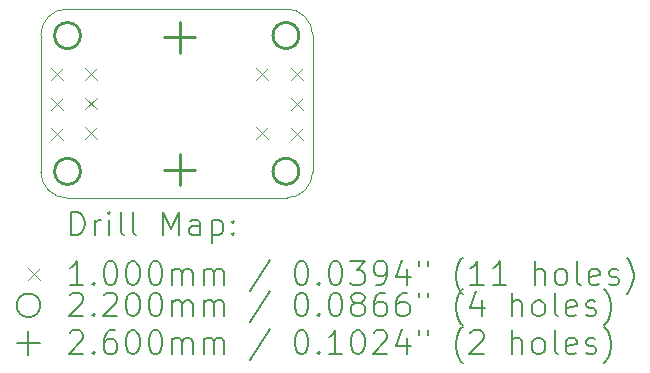
<source format=gbr>
%TF.GenerationSoftware,KiCad,Pcbnew,7.0.7*%
%TF.CreationDate,2023-09-18T16:45:35-04:00*%
%TF.ProjectId,Encoder Mount,456e636f-6465-4722-904d-6f756e742e6b,rev?*%
%TF.SameCoordinates,Original*%
%TF.FileFunction,Drillmap*%
%TF.FilePolarity,Positive*%
%FSLAX45Y45*%
G04 Gerber Fmt 4.5, Leading zero omitted, Abs format (unit mm)*
G04 Created by KiCad (PCBNEW 7.0.7) date 2023-09-18 16:45:35*
%MOMM*%
%LPD*%
G01*
G04 APERTURE LIST*
%ADD10C,0.100000*%
%ADD11C,0.200000*%
%ADD12C,0.220000*%
%ADD13C,0.260000*%
G04 APERTURE END LIST*
D10*
X8825000Y-10580000D02*
G75*
G03*
X9045000Y-10800000I220000J0D01*
G01*
X10905000Y-10800000D02*
G75*
G03*
X11125000Y-10580000I0J220000D01*
G01*
X11125000Y-9420000D02*
G75*
G03*
X10905000Y-9200000I-220000J0D01*
G01*
X11125000Y-9420000D02*
X11125000Y-10580000D01*
X8825000Y-10580000D02*
X8825000Y-9420000D01*
X9045000Y-9200000D02*
G75*
G03*
X8825000Y-9420000I0J-220000D01*
G01*
X10905000Y-10800000D02*
X9045000Y-10800000D01*
X9045000Y-9200000D02*
X10905000Y-9200000D01*
D11*
D10*
X8909000Y-9697500D02*
X9009000Y-9797500D01*
X9009000Y-9697500D02*
X8909000Y-9797500D01*
X8909000Y-9951500D02*
X9009000Y-10051500D01*
X9009000Y-9951500D02*
X8909000Y-10051500D01*
X8909000Y-10205500D02*
X9009000Y-10305500D01*
X9009000Y-10205500D02*
X8909000Y-10305500D01*
X9200000Y-9700000D02*
X9300000Y-9800000D01*
X9300000Y-9700000D02*
X9200000Y-9800000D01*
X9200000Y-9950000D02*
X9300000Y-10050000D01*
X9300000Y-9950000D02*
X9200000Y-10050000D01*
X9200000Y-10200000D02*
X9300000Y-10300000D01*
X9300000Y-10200000D02*
X9200000Y-10300000D01*
X10650000Y-9700000D02*
X10750000Y-9800000D01*
X10750000Y-9700000D02*
X10650000Y-9800000D01*
X10650000Y-10200000D02*
X10750000Y-10300000D01*
X10750000Y-10200000D02*
X10650000Y-10300000D01*
X10941000Y-9697500D02*
X11041000Y-9797500D01*
X11041000Y-9697500D02*
X10941000Y-9797500D01*
X10941000Y-9951500D02*
X11041000Y-10051500D01*
X11041000Y-9951500D02*
X10941000Y-10051500D01*
X10941000Y-10205500D02*
X11041000Y-10305500D01*
X11041000Y-10205500D02*
X10941000Y-10305500D01*
D12*
X9160000Y-9425000D02*
G75*
G03*
X9160000Y-9425000I-110000J0D01*
G01*
X9160000Y-10575000D02*
G75*
G03*
X9160000Y-10575000I-110000J0D01*
G01*
X11010000Y-9425000D02*
G75*
G03*
X11010000Y-9425000I-110000J0D01*
G01*
X11010000Y-10575000D02*
G75*
G03*
X11010000Y-10575000I-110000J0D01*
G01*
D13*
X10000000Y-9310000D02*
X10000000Y-9570000D01*
X9870000Y-9440000D02*
X10130000Y-9440000D01*
X10000000Y-10430000D02*
X10000000Y-10690000D01*
X9870000Y-10560000D02*
X10130000Y-10560000D01*
D11*
X9080777Y-11116484D02*
X9080777Y-10916484D01*
X9080777Y-10916484D02*
X9128396Y-10916484D01*
X9128396Y-10916484D02*
X9156967Y-10926008D01*
X9156967Y-10926008D02*
X9176015Y-10945055D01*
X9176015Y-10945055D02*
X9185539Y-10964103D01*
X9185539Y-10964103D02*
X9195063Y-11002198D01*
X9195063Y-11002198D02*
X9195063Y-11030770D01*
X9195063Y-11030770D02*
X9185539Y-11068865D01*
X9185539Y-11068865D02*
X9176015Y-11087912D01*
X9176015Y-11087912D02*
X9156967Y-11106960D01*
X9156967Y-11106960D02*
X9128396Y-11116484D01*
X9128396Y-11116484D02*
X9080777Y-11116484D01*
X9280777Y-11116484D02*
X9280777Y-10983150D01*
X9280777Y-11021246D02*
X9290301Y-11002198D01*
X9290301Y-11002198D02*
X9299824Y-10992674D01*
X9299824Y-10992674D02*
X9318872Y-10983150D01*
X9318872Y-10983150D02*
X9337920Y-10983150D01*
X9404586Y-11116484D02*
X9404586Y-10983150D01*
X9404586Y-10916484D02*
X9395063Y-10926008D01*
X9395063Y-10926008D02*
X9404586Y-10935531D01*
X9404586Y-10935531D02*
X9414110Y-10926008D01*
X9414110Y-10926008D02*
X9404586Y-10916484D01*
X9404586Y-10916484D02*
X9404586Y-10935531D01*
X9528396Y-11116484D02*
X9509348Y-11106960D01*
X9509348Y-11106960D02*
X9499824Y-11087912D01*
X9499824Y-11087912D02*
X9499824Y-10916484D01*
X9633158Y-11116484D02*
X9614110Y-11106960D01*
X9614110Y-11106960D02*
X9604586Y-11087912D01*
X9604586Y-11087912D02*
X9604586Y-10916484D01*
X9861729Y-11116484D02*
X9861729Y-10916484D01*
X9861729Y-10916484D02*
X9928396Y-11059341D01*
X9928396Y-11059341D02*
X9995063Y-10916484D01*
X9995063Y-10916484D02*
X9995063Y-11116484D01*
X10176015Y-11116484D02*
X10176015Y-11011722D01*
X10176015Y-11011722D02*
X10166491Y-10992674D01*
X10166491Y-10992674D02*
X10147444Y-10983150D01*
X10147444Y-10983150D02*
X10109348Y-10983150D01*
X10109348Y-10983150D02*
X10090301Y-10992674D01*
X10176015Y-11106960D02*
X10156967Y-11116484D01*
X10156967Y-11116484D02*
X10109348Y-11116484D01*
X10109348Y-11116484D02*
X10090301Y-11106960D01*
X10090301Y-11106960D02*
X10080777Y-11087912D01*
X10080777Y-11087912D02*
X10080777Y-11068865D01*
X10080777Y-11068865D02*
X10090301Y-11049817D01*
X10090301Y-11049817D02*
X10109348Y-11040293D01*
X10109348Y-11040293D02*
X10156967Y-11040293D01*
X10156967Y-11040293D02*
X10176015Y-11030770D01*
X10271253Y-10983150D02*
X10271253Y-11183150D01*
X10271253Y-10992674D02*
X10290301Y-10983150D01*
X10290301Y-10983150D02*
X10328396Y-10983150D01*
X10328396Y-10983150D02*
X10347444Y-10992674D01*
X10347444Y-10992674D02*
X10356967Y-11002198D01*
X10356967Y-11002198D02*
X10366491Y-11021246D01*
X10366491Y-11021246D02*
X10366491Y-11078389D01*
X10366491Y-11078389D02*
X10356967Y-11097436D01*
X10356967Y-11097436D02*
X10347444Y-11106960D01*
X10347444Y-11106960D02*
X10328396Y-11116484D01*
X10328396Y-11116484D02*
X10290301Y-11116484D01*
X10290301Y-11116484D02*
X10271253Y-11106960D01*
X10452205Y-11097436D02*
X10461729Y-11106960D01*
X10461729Y-11106960D02*
X10452205Y-11116484D01*
X10452205Y-11116484D02*
X10442682Y-11106960D01*
X10442682Y-11106960D02*
X10452205Y-11097436D01*
X10452205Y-11097436D02*
X10452205Y-11116484D01*
X10452205Y-10992674D02*
X10461729Y-11002198D01*
X10461729Y-11002198D02*
X10452205Y-11011722D01*
X10452205Y-11011722D02*
X10442682Y-11002198D01*
X10442682Y-11002198D02*
X10452205Y-10992674D01*
X10452205Y-10992674D02*
X10452205Y-11011722D01*
D10*
X8720000Y-11395000D02*
X8820000Y-11495000D01*
X8820000Y-11395000D02*
X8720000Y-11495000D01*
D11*
X9185539Y-11536484D02*
X9071253Y-11536484D01*
X9128396Y-11536484D02*
X9128396Y-11336484D01*
X9128396Y-11336484D02*
X9109348Y-11365055D01*
X9109348Y-11365055D02*
X9090301Y-11384103D01*
X9090301Y-11384103D02*
X9071253Y-11393627D01*
X9271253Y-11517436D02*
X9280777Y-11526960D01*
X9280777Y-11526960D02*
X9271253Y-11536484D01*
X9271253Y-11536484D02*
X9261729Y-11526960D01*
X9261729Y-11526960D02*
X9271253Y-11517436D01*
X9271253Y-11517436D02*
X9271253Y-11536484D01*
X9404586Y-11336484D02*
X9423634Y-11336484D01*
X9423634Y-11336484D02*
X9442682Y-11346008D01*
X9442682Y-11346008D02*
X9452205Y-11355531D01*
X9452205Y-11355531D02*
X9461729Y-11374579D01*
X9461729Y-11374579D02*
X9471253Y-11412674D01*
X9471253Y-11412674D02*
X9471253Y-11460293D01*
X9471253Y-11460293D02*
X9461729Y-11498388D01*
X9461729Y-11498388D02*
X9452205Y-11517436D01*
X9452205Y-11517436D02*
X9442682Y-11526960D01*
X9442682Y-11526960D02*
X9423634Y-11536484D01*
X9423634Y-11536484D02*
X9404586Y-11536484D01*
X9404586Y-11536484D02*
X9385539Y-11526960D01*
X9385539Y-11526960D02*
X9376015Y-11517436D01*
X9376015Y-11517436D02*
X9366491Y-11498388D01*
X9366491Y-11498388D02*
X9356967Y-11460293D01*
X9356967Y-11460293D02*
X9356967Y-11412674D01*
X9356967Y-11412674D02*
X9366491Y-11374579D01*
X9366491Y-11374579D02*
X9376015Y-11355531D01*
X9376015Y-11355531D02*
X9385539Y-11346008D01*
X9385539Y-11346008D02*
X9404586Y-11336484D01*
X9595063Y-11336484D02*
X9614110Y-11336484D01*
X9614110Y-11336484D02*
X9633158Y-11346008D01*
X9633158Y-11346008D02*
X9642682Y-11355531D01*
X9642682Y-11355531D02*
X9652205Y-11374579D01*
X9652205Y-11374579D02*
X9661729Y-11412674D01*
X9661729Y-11412674D02*
X9661729Y-11460293D01*
X9661729Y-11460293D02*
X9652205Y-11498388D01*
X9652205Y-11498388D02*
X9642682Y-11517436D01*
X9642682Y-11517436D02*
X9633158Y-11526960D01*
X9633158Y-11526960D02*
X9614110Y-11536484D01*
X9614110Y-11536484D02*
X9595063Y-11536484D01*
X9595063Y-11536484D02*
X9576015Y-11526960D01*
X9576015Y-11526960D02*
X9566491Y-11517436D01*
X9566491Y-11517436D02*
X9556967Y-11498388D01*
X9556967Y-11498388D02*
X9547444Y-11460293D01*
X9547444Y-11460293D02*
X9547444Y-11412674D01*
X9547444Y-11412674D02*
X9556967Y-11374579D01*
X9556967Y-11374579D02*
X9566491Y-11355531D01*
X9566491Y-11355531D02*
X9576015Y-11346008D01*
X9576015Y-11346008D02*
X9595063Y-11336484D01*
X9785539Y-11336484D02*
X9804586Y-11336484D01*
X9804586Y-11336484D02*
X9823634Y-11346008D01*
X9823634Y-11346008D02*
X9833158Y-11355531D01*
X9833158Y-11355531D02*
X9842682Y-11374579D01*
X9842682Y-11374579D02*
X9852205Y-11412674D01*
X9852205Y-11412674D02*
X9852205Y-11460293D01*
X9852205Y-11460293D02*
X9842682Y-11498388D01*
X9842682Y-11498388D02*
X9833158Y-11517436D01*
X9833158Y-11517436D02*
X9823634Y-11526960D01*
X9823634Y-11526960D02*
X9804586Y-11536484D01*
X9804586Y-11536484D02*
X9785539Y-11536484D01*
X9785539Y-11536484D02*
X9766491Y-11526960D01*
X9766491Y-11526960D02*
X9756967Y-11517436D01*
X9756967Y-11517436D02*
X9747444Y-11498388D01*
X9747444Y-11498388D02*
X9737920Y-11460293D01*
X9737920Y-11460293D02*
X9737920Y-11412674D01*
X9737920Y-11412674D02*
X9747444Y-11374579D01*
X9747444Y-11374579D02*
X9756967Y-11355531D01*
X9756967Y-11355531D02*
X9766491Y-11346008D01*
X9766491Y-11346008D02*
X9785539Y-11336484D01*
X9937920Y-11536484D02*
X9937920Y-11403150D01*
X9937920Y-11422198D02*
X9947444Y-11412674D01*
X9947444Y-11412674D02*
X9966491Y-11403150D01*
X9966491Y-11403150D02*
X9995063Y-11403150D01*
X9995063Y-11403150D02*
X10014110Y-11412674D01*
X10014110Y-11412674D02*
X10023634Y-11431722D01*
X10023634Y-11431722D02*
X10023634Y-11536484D01*
X10023634Y-11431722D02*
X10033158Y-11412674D01*
X10033158Y-11412674D02*
X10052205Y-11403150D01*
X10052205Y-11403150D02*
X10080777Y-11403150D01*
X10080777Y-11403150D02*
X10099825Y-11412674D01*
X10099825Y-11412674D02*
X10109348Y-11431722D01*
X10109348Y-11431722D02*
X10109348Y-11536484D01*
X10204586Y-11536484D02*
X10204586Y-11403150D01*
X10204586Y-11422198D02*
X10214110Y-11412674D01*
X10214110Y-11412674D02*
X10233158Y-11403150D01*
X10233158Y-11403150D02*
X10261729Y-11403150D01*
X10261729Y-11403150D02*
X10280777Y-11412674D01*
X10280777Y-11412674D02*
X10290301Y-11431722D01*
X10290301Y-11431722D02*
X10290301Y-11536484D01*
X10290301Y-11431722D02*
X10299825Y-11412674D01*
X10299825Y-11412674D02*
X10318872Y-11403150D01*
X10318872Y-11403150D02*
X10347444Y-11403150D01*
X10347444Y-11403150D02*
X10366491Y-11412674D01*
X10366491Y-11412674D02*
X10376015Y-11431722D01*
X10376015Y-11431722D02*
X10376015Y-11536484D01*
X10766491Y-11326960D02*
X10595063Y-11584103D01*
X11023634Y-11336484D02*
X11042682Y-11336484D01*
X11042682Y-11336484D02*
X11061729Y-11346008D01*
X11061729Y-11346008D02*
X11071253Y-11355531D01*
X11071253Y-11355531D02*
X11080777Y-11374579D01*
X11080777Y-11374579D02*
X11090301Y-11412674D01*
X11090301Y-11412674D02*
X11090301Y-11460293D01*
X11090301Y-11460293D02*
X11080777Y-11498388D01*
X11080777Y-11498388D02*
X11071253Y-11517436D01*
X11071253Y-11517436D02*
X11061729Y-11526960D01*
X11061729Y-11526960D02*
X11042682Y-11536484D01*
X11042682Y-11536484D02*
X11023634Y-11536484D01*
X11023634Y-11536484D02*
X11004587Y-11526960D01*
X11004587Y-11526960D02*
X10995063Y-11517436D01*
X10995063Y-11517436D02*
X10985539Y-11498388D01*
X10985539Y-11498388D02*
X10976015Y-11460293D01*
X10976015Y-11460293D02*
X10976015Y-11412674D01*
X10976015Y-11412674D02*
X10985539Y-11374579D01*
X10985539Y-11374579D02*
X10995063Y-11355531D01*
X10995063Y-11355531D02*
X11004587Y-11346008D01*
X11004587Y-11346008D02*
X11023634Y-11336484D01*
X11176015Y-11517436D02*
X11185539Y-11526960D01*
X11185539Y-11526960D02*
X11176015Y-11536484D01*
X11176015Y-11536484D02*
X11166491Y-11526960D01*
X11166491Y-11526960D02*
X11176015Y-11517436D01*
X11176015Y-11517436D02*
X11176015Y-11536484D01*
X11309348Y-11336484D02*
X11328396Y-11336484D01*
X11328396Y-11336484D02*
X11347444Y-11346008D01*
X11347444Y-11346008D02*
X11356967Y-11355531D01*
X11356967Y-11355531D02*
X11366491Y-11374579D01*
X11366491Y-11374579D02*
X11376015Y-11412674D01*
X11376015Y-11412674D02*
X11376015Y-11460293D01*
X11376015Y-11460293D02*
X11366491Y-11498388D01*
X11366491Y-11498388D02*
X11356967Y-11517436D01*
X11356967Y-11517436D02*
X11347444Y-11526960D01*
X11347444Y-11526960D02*
X11328396Y-11536484D01*
X11328396Y-11536484D02*
X11309348Y-11536484D01*
X11309348Y-11536484D02*
X11290301Y-11526960D01*
X11290301Y-11526960D02*
X11280777Y-11517436D01*
X11280777Y-11517436D02*
X11271253Y-11498388D01*
X11271253Y-11498388D02*
X11261729Y-11460293D01*
X11261729Y-11460293D02*
X11261729Y-11412674D01*
X11261729Y-11412674D02*
X11271253Y-11374579D01*
X11271253Y-11374579D02*
X11280777Y-11355531D01*
X11280777Y-11355531D02*
X11290301Y-11346008D01*
X11290301Y-11346008D02*
X11309348Y-11336484D01*
X11442682Y-11336484D02*
X11566491Y-11336484D01*
X11566491Y-11336484D02*
X11499825Y-11412674D01*
X11499825Y-11412674D02*
X11528396Y-11412674D01*
X11528396Y-11412674D02*
X11547444Y-11422198D01*
X11547444Y-11422198D02*
X11556967Y-11431722D01*
X11556967Y-11431722D02*
X11566491Y-11450769D01*
X11566491Y-11450769D02*
X11566491Y-11498388D01*
X11566491Y-11498388D02*
X11556967Y-11517436D01*
X11556967Y-11517436D02*
X11547444Y-11526960D01*
X11547444Y-11526960D02*
X11528396Y-11536484D01*
X11528396Y-11536484D02*
X11471253Y-11536484D01*
X11471253Y-11536484D02*
X11452206Y-11526960D01*
X11452206Y-11526960D02*
X11442682Y-11517436D01*
X11661729Y-11536484D02*
X11699825Y-11536484D01*
X11699825Y-11536484D02*
X11718872Y-11526960D01*
X11718872Y-11526960D02*
X11728396Y-11517436D01*
X11728396Y-11517436D02*
X11747444Y-11488865D01*
X11747444Y-11488865D02*
X11756967Y-11450769D01*
X11756967Y-11450769D02*
X11756967Y-11374579D01*
X11756967Y-11374579D02*
X11747444Y-11355531D01*
X11747444Y-11355531D02*
X11737920Y-11346008D01*
X11737920Y-11346008D02*
X11718872Y-11336484D01*
X11718872Y-11336484D02*
X11680777Y-11336484D01*
X11680777Y-11336484D02*
X11661729Y-11346008D01*
X11661729Y-11346008D02*
X11652206Y-11355531D01*
X11652206Y-11355531D02*
X11642682Y-11374579D01*
X11642682Y-11374579D02*
X11642682Y-11422198D01*
X11642682Y-11422198D02*
X11652206Y-11441246D01*
X11652206Y-11441246D02*
X11661729Y-11450769D01*
X11661729Y-11450769D02*
X11680777Y-11460293D01*
X11680777Y-11460293D02*
X11718872Y-11460293D01*
X11718872Y-11460293D02*
X11737920Y-11450769D01*
X11737920Y-11450769D02*
X11747444Y-11441246D01*
X11747444Y-11441246D02*
X11756967Y-11422198D01*
X11928396Y-11403150D02*
X11928396Y-11536484D01*
X11880777Y-11326960D02*
X11833158Y-11469817D01*
X11833158Y-11469817D02*
X11956967Y-11469817D01*
X12023634Y-11336484D02*
X12023634Y-11374579D01*
X12099825Y-11336484D02*
X12099825Y-11374579D01*
X12395063Y-11612674D02*
X12385539Y-11603150D01*
X12385539Y-11603150D02*
X12366491Y-11574579D01*
X12366491Y-11574579D02*
X12356968Y-11555531D01*
X12356968Y-11555531D02*
X12347444Y-11526960D01*
X12347444Y-11526960D02*
X12337920Y-11479341D01*
X12337920Y-11479341D02*
X12337920Y-11441246D01*
X12337920Y-11441246D02*
X12347444Y-11393627D01*
X12347444Y-11393627D02*
X12356968Y-11365055D01*
X12356968Y-11365055D02*
X12366491Y-11346008D01*
X12366491Y-11346008D02*
X12385539Y-11317436D01*
X12385539Y-11317436D02*
X12395063Y-11307912D01*
X12576015Y-11536484D02*
X12461729Y-11536484D01*
X12518872Y-11536484D02*
X12518872Y-11336484D01*
X12518872Y-11336484D02*
X12499825Y-11365055D01*
X12499825Y-11365055D02*
X12480777Y-11384103D01*
X12480777Y-11384103D02*
X12461729Y-11393627D01*
X12766491Y-11536484D02*
X12652206Y-11536484D01*
X12709348Y-11536484D02*
X12709348Y-11336484D01*
X12709348Y-11336484D02*
X12690301Y-11365055D01*
X12690301Y-11365055D02*
X12671253Y-11384103D01*
X12671253Y-11384103D02*
X12652206Y-11393627D01*
X13004587Y-11536484D02*
X13004587Y-11336484D01*
X13090301Y-11536484D02*
X13090301Y-11431722D01*
X13090301Y-11431722D02*
X13080777Y-11412674D01*
X13080777Y-11412674D02*
X13061730Y-11403150D01*
X13061730Y-11403150D02*
X13033158Y-11403150D01*
X13033158Y-11403150D02*
X13014110Y-11412674D01*
X13014110Y-11412674D02*
X13004587Y-11422198D01*
X13214110Y-11536484D02*
X13195063Y-11526960D01*
X13195063Y-11526960D02*
X13185539Y-11517436D01*
X13185539Y-11517436D02*
X13176015Y-11498388D01*
X13176015Y-11498388D02*
X13176015Y-11441246D01*
X13176015Y-11441246D02*
X13185539Y-11422198D01*
X13185539Y-11422198D02*
X13195063Y-11412674D01*
X13195063Y-11412674D02*
X13214110Y-11403150D01*
X13214110Y-11403150D02*
X13242682Y-11403150D01*
X13242682Y-11403150D02*
X13261730Y-11412674D01*
X13261730Y-11412674D02*
X13271253Y-11422198D01*
X13271253Y-11422198D02*
X13280777Y-11441246D01*
X13280777Y-11441246D02*
X13280777Y-11498388D01*
X13280777Y-11498388D02*
X13271253Y-11517436D01*
X13271253Y-11517436D02*
X13261730Y-11526960D01*
X13261730Y-11526960D02*
X13242682Y-11536484D01*
X13242682Y-11536484D02*
X13214110Y-11536484D01*
X13395063Y-11536484D02*
X13376015Y-11526960D01*
X13376015Y-11526960D02*
X13366491Y-11507912D01*
X13366491Y-11507912D02*
X13366491Y-11336484D01*
X13547444Y-11526960D02*
X13528396Y-11536484D01*
X13528396Y-11536484D02*
X13490301Y-11536484D01*
X13490301Y-11536484D02*
X13471253Y-11526960D01*
X13471253Y-11526960D02*
X13461730Y-11507912D01*
X13461730Y-11507912D02*
X13461730Y-11431722D01*
X13461730Y-11431722D02*
X13471253Y-11412674D01*
X13471253Y-11412674D02*
X13490301Y-11403150D01*
X13490301Y-11403150D02*
X13528396Y-11403150D01*
X13528396Y-11403150D02*
X13547444Y-11412674D01*
X13547444Y-11412674D02*
X13556968Y-11431722D01*
X13556968Y-11431722D02*
X13556968Y-11450769D01*
X13556968Y-11450769D02*
X13461730Y-11469817D01*
X13633158Y-11526960D02*
X13652206Y-11536484D01*
X13652206Y-11536484D02*
X13690301Y-11536484D01*
X13690301Y-11536484D02*
X13709349Y-11526960D01*
X13709349Y-11526960D02*
X13718872Y-11507912D01*
X13718872Y-11507912D02*
X13718872Y-11498388D01*
X13718872Y-11498388D02*
X13709349Y-11479341D01*
X13709349Y-11479341D02*
X13690301Y-11469817D01*
X13690301Y-11469817D02*
X13661730Y-11469817D01*
X13661730Y-11469817D02*
X13642682Y-11460293D01*
X13642682Y-11460293D02*
X13633158Y-11441246D01*
X13633158Y-11441246D02*
X13633158Y-11431722D01*
X13633158Y-11431722D02*
X13642682Y-11412674D01*
X13642682Y-11412674D02*
X13661730Y-11403150D01*
X13661730Y-11403150D02*
X13690301Y-11403150D01*
X13690301Y-11403150D02*
X13709349Y-11412674D01*
X13785539Y-11612674D02*
X13795063Y-11603150D01*
X13795063Y-11603150D02*
X13814111Y-11574579D01*
X13814111Y-11574579D02*
X13823634Y-11555531D01*
X13823634Y-11555531D02*
X13833158Y-11526960D01*
X13833158Y-11526960D02*
X13842682Y-11479341D01*
X13842682Y-11479341D02*
X13842682Y-11441246D01*
X13842682Y-11441246D02*
X13833158Y-11393627D01*
X13833158Y-11393627D02*
X13823634Y-11365055D01*
X13823634Y-11365055D02*
X13814111Y-11346008D01*
X13814111Y-11346008D02*
X13795063Y-11317436D01*
X13795063Y-11317436D02*
X13785539Y-11307912D01*
X8820000Y-11709000D02*
G75*
G03*
X8820000Y-11709000I-100000J0D01*
G01*
X9071253Y-11619531D02*
X9080777Y-11610008D01*
X9080777Y-11610008D02*
X9099824Y-11600484D01*
X9099824Y-11600484D02*
X9147444Y-11600484D01*
X9147444Y-11600484D02*
X9166491Y-11610008D01*
X9166491Y-11610008D02*
X9176015Y-11619531D01*
X9176015Y-11619531D02*
X9185539Y-11638579D01*
X9185539Y-11638579D02*
X9185539Y-11657627D01*
X9185539Y-11657627D02*
X9176015Y-11686198D01*
X9176015Y-11686198D02*
X9061729Y-11800484D01*
X9061729Y-11800484D02*
X9185539Y-11800484D01*
X9271253Y-11781436D02*
X9280777Y-11790960D01*
X9280777Y-11790960D02*
X9271253Y-11800484D01*
X9271253Y-11800484D02*
X9261729Y-11790960D01*
X9261729Y-11790960D02*
X9271253Y-11781436D01*
X9271253Y-11781436D02*
X9271253Y-11800484D01*
X9356967Y-11619531D02*
X9366491Y-11610008D01*
X9366491Y-11610008D02*
X9385539Y-11600484D01*
X9385539Y-11600484D02*
X9433158Y-11600484D01*
X9433158Y-11600484D02*
X9452205Y-11610008D01*
X9452205Y-11610008D02*
X9461729Y-11619531D01*
X9461729Y-11619531D02*
X9471253Y-11638579D01*
X9471253Y-11638579D02*
X9471253Y-11657627D01*
X9471253Y-11657627D02*
X9461729Y-11686198D01*
X9461729Y-11686198D02*
X9347444Y-11800484D01*
X9347444Y-11800484D02*
X9471253Y-11800484D01*
X9595063Y-11600484D02*
X9614110Y-11600484D01*
X9614110Y-11600484D02*
X9633158Y-11610008D01*
X9633158Y-11610008D02*
X9642682Y-11619531D01*
X9642682Y-11619531D02*
X9652205Y-11638579D01*
X9652205Y-11638579D02*
X9661729Y-11676674D01*
X9661729Y-11676674D02*
X9661729Y-11724293D01*
X9661729Y-11724293D02*
X9652205Y-11762388D01*
X9652205Y-11762388D02*
X9642682Y-11781436D01*
X9642682Y-11781436D02*
X9633158Y-11790960D01*
X9633158Y-11790960D02*
X9614110Y-11800484D01*
X9614110Y-11800484D02*
X9595063Y-11800484D01*
X9595063Y-11800484D02*
X9576015Y-11790960D01*
X9576015Y-11790960D02*
X9566491Y-11781436D01*
X9566491Y-11781436D02*
X9556967Y-11762388D01*
X9556967Y-11762388D02*
X9547444Y-11724293D01*
X9547444Y-11724293D02*
X9547444Y-11676674D01*
X9547444Y-11676674D02*
X9556967Y-11638579D01*
X9556967Y-11638579D02*
X9566491Y-11619531D01*
X9566491Y-11619531D02*
X9576015Y-11610008D01*
X9576015Y-11610008D02*
X9595063Y-11600484D01*
X9785539Y-11600484D02*
X9804586Y-11600484D01*
X9804586Y-11600484D02*
X9823634Y-11610008D01*
X9823634Y-11610008D02*
X9833158Y-11619531D01*
X9833158Y-11619531D02*
X9842682Y-11638579D01*
X9842682Y-11638579D02*
X9852205Y-11676674D01*
X9852205Y-11676674D02*
X9852205Y-11724293D01*
X9852205Y-11724293D02*
X9842682Y-11762388D01*
X9842682Y-11762388D02*
X9833158Y-11781436D01*
X9833158Y-11781436D02*
X9823634Y-11790960D01*
X9823634Y-11790960D02*
X9804586Y-11800484D01*
X9804586Y-11800484D02*
X9785539Y-11800484D01*
X9785539Y-11800484D02*
X9766491Y-11790960D01*
X9766491Y-11790960D02*
X9756967Y-11781436D01*
X9756967Y-11781436D02*
X9747444Y-11762388D01*
X9747444Y-11762388D02*
X9737920Y-11724293D01*
X9737920Y-11724293D02*
X9737920Y-11676674D01*
X9737920Y-11676674D02*
X9747444Y-11638579D01*
X9747444Y-11638579D02*
X9756967Y-11619531D01*
X9756967Y-11619531D02*
X9766491Y-11610008D01*
X9766491Y-11610008D02*
X9785539Y-11600484D01*
X9937920Y-11800484D02*
X9937920Y-11667150D01*
X9937920Y-11686198D02*
X9947444Y-11676674D01*
X9947444Y-11676674D02*
X9966491Y-11667150D01*
X9966491Y-11667150D02*
X9995063Y-11667150D01*
X9995063Y-11667150D02*
X10014110Y-11676674D01*
X10014110Y-11676674D02*
X10023634Y-11695722D01*
X10023634Y-11695722D02*
X10023634Y-11800484D01*
X10023634Y-11695722D02*
X10033158Y-11676674D01*
X10033158Y-11676674D02*
X10052205Y-11667150D01*
X10052205Y-11667150D02*
X10080777Y-11667150D01*
X10080777Y-11667150D02*
X10099825Y-11676674D01*
X10099825Y-11676674D02*
X10109348Y-11695722D01*
X10109348Y-11695722D02*
X10109348Y-11800484D01*
X10204586Y-11800484D02*
X10204586Y-11667150D01*
X10204586Y-11686198D02*
X10214110Y-11676674D01*
X10214110Y-11676674D02*
X10233158Y-11667150D01*
X10233158Y-11667150D02*
X10261729Y-11667150D01*
X10261729Y-11667150D02*
X10280777Y-11676674D01*
X10280777Y-11676674D02*
X10290301Y-11695722D01*
X10290301Y-11695722D02*
X10290301Y-11800484D01*
X10290301Y-11695722D02*
X10299825Y-11676674D01*
X10299825Y-11676674D02*
X10318872Y-11667150D01*
X10318872Y-11667150D02*
X10347444Y-11667150D01*
X10347444Y-11667150D02*
X10366491Y-11676674D01*
X10366491Y-11676674D02*
X10376015Y-11695722D01*
X10376015Y-11695722D02*
X10376015Y-11800484D01*
X10766491Y-11590960D02*
X10595063Y-11848103D01*
X11023634Y-11600484D02*
X11042682Y-11600484D01*
X11042682Y-11600484D02*
X11061729Y-11610008D01*
X11061729Y-11610008D02*
X11071253Y-11619531D01*
X11071253Y-11619531D02*
X11080777Y-11638579D01*
X11080777Y-11638579D02*
X11090301Y-11676674D01*
X11090301Y-11676674D02*
X11090301Y-11724293D01*
X11090301Y-11724293D02*
X11080777Y-11762388D01*
X11080777Y-11762388D02*
X11071253Y-11781436D01*
X11071253Y-11781436D02*
X11061729Y-11790960D01*
X11061729Y-11790960D02*
X11042682Y-11800484D01*
X11042682Y-11800484D02*
X11023634Y-11800484D01*
X11023634Y-11800484D02*
X11004587Y-11790960D01*
X11004587Y-11790960D02*
X10995063Y-11781436D01*
X10995063Y-11781436D02*
X10985539Y-11762388D01*
X10985539Y-11762388D02*
X10976015Y-11724293D01*
X10976015Y-11724293D02*
X10976015Y-11676674D01*
X10976015Y-11676674D02*
X10985539Y-11638579D01*
X10985539Y-11638579D02*
X10995063Y-11619531D01*
X10995063Y-11619531D02*
X11004587Y-11610008D01*
X11004587Y-11610008D02*
X11023634Y-11600484D01*
X11176015Y-11781436D02*
X11185539Y-11790960D01*
X11185539Y-11790960D02*
X11176015Y-11800484D01*
X11176015Y-11800484D02*
X11166491Y-11790960D01*
X11166491Y-11790960D02*
X11176015Y-11781436D01*
X11176015Y-11781436D02*
X11176015Y-11800484D01*
X11309348Y-11600484D02*
X11328396Y-11600484D01*
X11328396Y-11600484D02*
X11347444Y-11610008D01*
X11347444Y-11610008D02*
X11356967Y-11619531D01*
X11356967Y-11619531D02*
X11366491Y-11638579D01*
X11366491Y-11638579D02*
X11376015Y-11676674D01*
X11376015Y-11676674D02*
X11376015Y-11724293D01*
X11376015Y-11724293D02*
X11366491Y-11762388D01*
X11366491Y-11762388D02*
X11356967Y-11781436D01*
X11356967Y-11781436D02*
X11347444Y-11790960D01*
X11347444Y-11790960D02*
X11328396Y-11800484D01*
X11328396Y-11800484D02*
X11309348Y-11800484D01*
X11309348Y-11800484D02*
X11290301Y-11790960D01*
X11290301Y-11790960D02*
X11280777Y-11781436D01*
X11280777Y-11781436D02*
X11271253Y-11762388D01*
X11271253Y-11762388D02*
X11261729Y-11724293D01*
X11261729Y-11724293D02*
X11261729Y-11676674D01*
X11261729Y-11676674D02*
X11271253Y-11638579D01*
X11271253Y-11638579D02*
X11280777Y-11619531D01*
X11280777Y-11619531D02*
X11290301Y-11610008D01*
X11290301Y-11610008D02*
X11309348Y-11600484D01*
X11490301Y-11686198D02*
X11471253Y-11676674D01*
X11471253Y-11676674D02*
X11461729Y-11667150D01*
X11461729Y-11667150D02*
X11452206Y-11648103D01*
X11452206Y-11648103D02*
X11452206Y-11638579D01*
X11452206Y-11638579D02*
X11461729Y-11619531D01*
X11461729Y-11619531D02*
X11471253Y-11610008D01*
X11471253Y-11610008D02*
X11490301Y-11600484D01*
X11490301Y-11600484D02*
X11528396Y-11600484D01*
X11528396Y-11600484D02*
X11547444Y-11610008D01*
X11547444Y-11610008D02*
X11556967Y-11619531D01*
X11556967Y-11619531D02*
X11566491Y-11638579D01*
X11566491Y-11638579D02*
X11566491Y-11648103D01*
X11566491Y-11648103D02*
X11556967Y-11667150D01*
X11556967Y-11667150D02*
X11547444Y-11676674D01*
X11547444Y-11676674D02*
X11528396Y-11686198D01*
X11528396Y-11686198D02*
X11490301Y-11686198D01*
X11490301Y-11686198D02*
X11471253Y-11695722D01*
X11471253Y-11695722D02*
X11461729Y-11705246D01*
X11461729Y-11705246D02*
X11452206Y-11724293D01*
X11452206Y-11724293D02*
X11452206Y-11762388D01*
X11452206Y-11762388D02*
X11461729Y-11781436D01*
X11461729Y-11781436D02*
X11471253Y-11790960D01*
X11471253Y-11790960D02*
X11490301Y-11800484D01*
X11490301Y-11800484D02*
X11528396Y-11800484D01*
X11528396Y-11800484D02*
X11547444Y-11790960D01*
X11547444Y-11790960D02*
X11556967Y-11781436D01*
X11556967Y-11781436D02*
X11566491Y-11762388D01*
X11566491Y-11762388D02*
X11566491Y-11724293D01*
X11566491Y-11724293D02*
X11556967Y-11705246D01*
X11556967Y-11705246D02*
X11547444Y-11695722D01*
X11547444Y-11695722D02*
X11528396Y-11686198D01*
X11737920Y-11600484D02*
X11699825Y-11600484D01*
X11699825Y-11600484D02*
X11680777Y-11610008D01*
X11680777Y-11610008D02*
X11671253Y-11619531D01*
X11671253Y-11619531D02*
X11652206Y-11648103D01*
X11652206Y-11648103D02*
X11642682Y-11686198D01*
X11642682Y-11686198D02*
X11642682Y-11762388D01*
X11642682Y-11762388D02*
X11652206Y-11781436D01*
X11652206Y-11781436D02*
X11661729Y-11790960D01*
X11661729Y-11790960D02*
X11680777Y-11800484D01*
X11680777Y-11800484D02*
X11718872Y-11800484D01*
X11718872Y-11800484D02*
X11737920Y-11790960D01*
X11737920Y-11790960D02*
X11747444Y-11781436D01*
X11747444Y-11781436D02*
X11756967Y-11762388D01*
X11756967Y-11762388D02*
X11756967Y-11714769D01*
X11756967Y-11714769D02*
X11747444Y-11695722D01*
X11747444Y-11695722D02*
X11737920Y-11686198D01*
X11737920Y-11686198D02*
X11718872Y-11676674D01*
X11718872Y-11676674D02*
X11680777Y-11676674D01*
X11680777Y-11676674D02*
X11661729Y-11686198D01*
X11661729Y-11686198D02*
X11652206Y-11695722D01*
X11652206Y-11695722D02*
X11642682Y-11714769D01*
X11928396Y-11600484D02*
X11890301Y-11600484D01*
X11890301Y-11600484D02*
X11871253Y-11610008D01*
X11871253Y-11610008D02*
X11861729Y-11619531D01*
X11861729Y-11619531D02*
X11842682Y-11648103D01*
X11842682Y-11648103D02*
X11833158Y-11686198D01*
X11833158Y-11686198D02*
X11833158Y-11762388D01*
X11833158Y-11762388D02*
X11842682Y-11781436D01*
X11842682Y-11781436D02*
X11852206Y-11790960D01*
X11852206Y-11790960D02*
X11871253Y-11800484D01*
X11871253Y-11800484D02*
X11909348Y-11800484D01*
X11909348Y-11800484D02*
X11928396Y-11790960D01*
X11928396Y-11790960D02*
X11937920Y-11781436D01*
X11937920Y-11781436D02*
X11947444Y-11762388D01*
X11947444Y-11762388D02*
X11947444Y-11714769D01*
X11947444Y-11714769D02*
X11937920Y-11695722D01*
X11937920Y-11695722D02*
X11928396Y-11686198D01*
X11928396Y-11686198D02*
X11909348Y-11676674D01*
X11909348Y-11676674D02*
X11871253Y-11676674D01*
X11871253Y-11676674D02*
X11852206Y-11686198D01*
X11852206Y-11686198D02*
X11842682Y-11695722D01*
X11842682Y-11695722D02*
X11833158Y-11714769D01*
X12023634Y-11600484D02*
X12023634Y-11638579D01*
X12099825Y-11600484D02*
X12099825Y-11638579D01*
X12395063Y-11876674D02*
X12385539Y-11867150D01*
X12385539Y-11867150D02*
X12366491Y-11838579D01*
X12366491Y-11838579D02*
X12356968Y-11819531D01*
X12356968Y-11819531D02*
X12347444Y-11790960D01*
X12347444Y-11790960D02*
X12337920Y-11743341D01*
X12337920Y-11743341D02*
X12337920Y-11705246D01*
X12337920Y-11705246D02*
X12347444Y-11657627D01*
X12347444Y-11657627D02*
X12356968Y-11629055D01*
X12356968Y-11629055D02*
X12366491Y-11610008D01*
X12366491Y-11610008D02*
X12385539Y-11581436D01*
X12385539Y-11581436D02*
X12395063Y-11571912D01*
X12556968Y-11667150D02*
X12556968Y-11800484D01*
X12509348Y-11590960D02*
X12461729Y-11733817D01*
X12461729Y-11733817D02*
X12585539Y-11733817D01*
X12814110Y-11800484D02*
X12814110Y-11600484D01*
X12899825Y-11800484D02*
X12899825Y-11695722D01*
X12899825Y-11695722D02*
X12890301Y-11676674D01*
X12890301Y-11676674D02*
X12871253Y-11667150D01*
X12871253Y-11667150D02*
X12842682Y-11667150D01*
X12842682Y-11667150D02*
X12823634Y-11676674D01*
X12823634Y-11676674D02*
X12814110Y-11686198D01*
X13023634Y-11800484D02*
X13004587Y-11790960D01*
X13004587Y-11790960D02*
X12995063Y-11781436D01*
X12995063Y-11781436D02*
X12985539Y-11762388D01*
X12985539Y-11762388D02*
X12985539Y-11705246D01*
X12985539Y-11705246D02*
X12995063Y-11686198D01*
X12995063Y-11686198D02*
X13004587Y-11676674D01*
X13004587Y-11676674D02*
X13023634Y-11667150D01*
X13023634Y-11667150D02*
X13052206Y-11667150D01*
X13052206Y-11667150D02*
X13071253Y-11676674D01*
X13071253Y-11676674D02*
X13080777Y-11686198D01*
X13080777Y-11686198D02*
X13090301Y-11705246D01*
X13090301Y-11705246D02*
X13090301Y-11762388D01*
X13090301Y-11762388D02*
X13080777Y-11781436D01*
X13080777Y-11781436D02*
X13071253Y-11790960D01*
X13071253Y-11790960D02*
X13052206Y-11800484D01*
X13052206Y-11800484D02*
X13023634Y-11800484D01*
X13204587Y-11800484D02*
X13185539Y-11790960D01*
X13185539Y-11790960D02*
X13176015Y-11771912D01*
X13176015Y-11771912D02*
X13176015Y-11600484D01*
X13356968Y-11790960D02*
X13337920Y-11800484D01*
X13337920Y-11800484D02*
X13299825Y-11800484D01*
X13299825Y-11800484D02*
X13280777Y-11790960D01*
X13280777Y-11790960D02*
X13271253Y-11771912D01*
X13271253Y-11771912D02*
X13271253Y-11695722D01*
X13271253Y-11695722D02*
X13280777Y-11676674D01*
X13280777Y-11676674D02*
X13299825Y-11667150D01*
X13299825Y-11667150D02*
X13337920Y-11667150D01*
X13337920Y-11667150D02*
X13356968Y-11676674D01*
X13356968Y-11676674D02*
X13366491Y-11695722D01*
X13366491Y-11695722D02*
X13366491Y-11714769D01*
X13366491Y-11714769D02*
X13271253Y-11733817D01*
X13442682Y-11790960D02*
X13461730Y-11800484D01*
X13461730Y-11800484D02*
X13499825Y-11800484D01*
X13499825Y-11800484D02*
X13518872Y-11790960D01*
X13518872Y-11790960D02*
X13528396Y-11771912D01*
X13528396Y-11771912D02*
X13528396Y-11762388D01*
X13528396Y-11762388D02*
X13518872Y-11743341D01*
X13518872Y-11743341D02*
X13499825Y-11733817D01*
X13499825Y-11733817D02*
X13471253Y-11733817D01*
X13471253Y-11733817D02*
X13452206Y-11724293D01*
X13452206Y-11724293D02*
X13442682Y-11705246D01*
X13442682Y-11705246D02*
X13442682Y-11695722D01*
X13442682Y-11695722D02*
X13452206Y-11676674D01*
X13452206Y-11676674D02*
X13471253Y-11667150D01*
X13471253Y-11667150D02*
X13499825Y-11667150D01*
X13499825Y-11667150D02*
X13518872Y-11676674D01*
X13595063Y-11876674D02*
X13604587Y-11867150D01*
X13604587Y-11867150D02*
X13623634Y-11838579D01*
X13623634Y-11838579D02*
X13633158Y-11819531D01*
X13633158Y-11819531D02*
X13642682Y-11790960D01*
X13642682Y-11790960D02*
X13652206Y-11743341D01*
X13652206Y-11743341D02*
X13652206Y-11705246D01*
X13652206Y-11705246D02*
X13642682Y-11657627D01*
X13642682Y-11657627D02*
X13633158Y-11629055D01*
X13633158Y-11629055D02*
X13623634Y-11610008D01*
X13623634Y-11610008D02*
X13604587Y-11581436D01*
X13604587Y-11581436D02*
X13595063Y-11571912D01*
X8720000Y-11929000D02*
X8720000Y-12129000D01*
X8620000Y-12029000D02*
X8820000Y-12029000D01*
X9071253Y-11939531D02*
X9080777Y-11930008D01*
X9080777Y-11930008D02*
X9099824Y-11920484D01*
X9099824Y-11920484D02*
X9147444Y-11920484D01*
X9147444Y-11920484D02*
X9166491Y-11930008D01*
X9166491Y-11930008D02*
X9176015Y-11939531D01*
X9176015Y-11939531D02*
X9185539Y-11958579D01*
X9185539Y-11958579D02*
X9185539Y-11977627D01*
X9185539Y-11977627D02*
X9176015Y-12006198D01*
X9176015Y-12006198D02*
X9061729Y-12120484D01*
X9061729Y-12120484D02*
X9185539Y-12120484D01*
X9271253Y-12101436D02*
X9280777Y-12110960D01*
X9280777Y-12110960D02*
X9271253Y-12120484D01*
X9271253Y-12120484D02*
X9261729Y-12110960D01*
X9261729Y-12110960D02*
X9271253Y-12101436D01*
X9271253Y-12101436D02*
X9271253Y-12120484D01*
X9452205Y-11920484D02*
X9414110Y-11920484D01*
X9414110Y-11920484D02*
X9395063Y-11930008D01*
X9395063Y-11930008D02*
X9385539Y-11939531D01*
X9385539Y-11939531D02*
X9366491Y-11968103D01*
X9366491Y-11968103D02*
X9356967Y-12006198D01*
X9356967Y-12006198D02*
X9356967Y-12082388D01*
X9356967Y-12082388D02*
X9366491Y-12101436D01*
X9366491Y-12101436D02*
X9376015Y-12110960D01*
X9376015Y-12110960D02*
X9395063Y-12120484D01*
X9395063Y-12120484D02*
X9433158Y-12120484D01*
X9433158Y-12120484D02*
X9452205Y-12110960D01*
X9452205Y-12110960D02*
X9461729Y-12101436D01*
X9461729Y-12101436D02*
X9471253Y-12082388D01*
X9471253Y-12082388D02*
X9471253Y-12034769D01*
X9471253Y-12034769D02*
X9461729Y-12015722D01*
X9461729Y-12015722D02*
X9452205Y-12006198D01*
X9452205Y-12006198D02*
X9433158Y-11996674D01*
X9433158Y-11996674D02*
X9395063Y-11996674D01*
X9395063Y-11996674D02*
X9376015Y-12006198D01*
X9376015Y-12006198D02*
X9366491Y-12015722D01*
X9366491Y-12015722D02*
X9356967Y-12034769D01*
X9595063Y-11920484D02*
X9614110Y-11920484D01*
X9614110Y-11920484D02*
X9633158Y-11930008D01*
X9633158Y-11930008D02*
X9642682Y-11939531D01*
X9642682Y-11939531D02*
X9652205Y-11958579D01*
X9652205Y-11958579D02*
X9661729Y-11996674D01*
X9661729Y-11996674D02*
X9661729Y-12044293D01*
X9661729Y-12044293D02*
X9652205Y-12082388D01*
X9652205Y-12082388D02*
X9642682Y-12101436D01*
X9642682Y-12101436D02*
X9633158Y-12110960D01*
X9633158Y-12110960D02*
X9614110Y-12120484D01*
X9614110Y-12120484D02*
X9595063Y-12120484D01*
X9595063Y-12120484D02*
X9576015Y-12110960D01*
X9576015Y-12110960D02*
X9566491Y-12101436D01*
X9566491Y-12101436D02*
X9556967Y-12082388D01*
X9556967Y-12082388D02*
X9547444Y-12044293D01*
X9547444Y-12044293D02*
X9547444Y-11996674D01*
X9547444Y-11996674D02*
X9556967Y-11958579D01*
X9556967Y-11958579D02*
X9566491Y-11939531D01*
X9566491Y-11939531D02*
X9576015Y-11930008D01*
X9576015Y-11930008D02*
X9595063Y-11920484D01*
X9785539Y-11920484D02*
X9804586Y-11920484D01*
X9804586Y-11920484D02*
X9823634Y-11930008D01*
X9823634Y-11930008D02*
X9833158Y-11939531D01*
X9833158Y-11939531D02*
X9842682Y-11958579D01*
X9842682Y-11958579D02*
X9852205Y-11996674D01*
X9852205Y-11996674D02*
X9852205Y-12044293D01*
X9852205Y-12044293D02*
X9842682Y-12082388D01*
X9842682Y-12082388D02*
X9833158Y-12101436D01*
X9833158Y-12101436D02*
X9823634Y-12110960D01*
X9823634Y-12110960D02*
X9804586Y-12120484D01*
X9804586Y-12120484D02*
X9785539Y-12120484D01*
X9785539Y-12120484D02*
X9766491Y-12110960D01*
X9766491Y-12110960D02*
X9756967Y-12101436D01*
X9756967Y-12101436D02*
X9747444Y-12082388D01*
X9747444Y-12082388D02*
X9737920Y-12044293D01*
X9737920Y-12044293D02*
X9737920Y-11996674D01*
X9737920Y-11996674D02*
X9747444Y-11958579D01*
X9747444Y-11958579D02*
X9756967Y-11939531D01*
X9756967Y-11939531D02*
X9766491Y-11930008D01*
X9766491Y-11930008D02*
X9785539Y-11920484D01*
X9937920Y-12120484D02*
X9937920Y-11987150D01*
X9937920Y-12006198D02*
X9947444Y-11996674D01*
X9947444Y-11996674D02*
X9966491Y-11987150D01*
X9966491Y-11987150D02*
X9995063Y-11987150D01*
X9995063Y-11987150D02*
X10014110Y-11996674D01*
X10014110Y-11996674D02*
X10023634Y-12015722D01*
X10023634Y-12015722D02*
X10023634Y-12120484D01*
X10023634Y-12015722D02*
X10033158Y-11996674D01*
X10033158Y-11996674D02*
X10052205Y-11987150D01*
X10052205Y-11987150D02*
X10080777Y-11987150D01*
X10080777Y-11987150D02*
X10099825Y-11996674D01*
X10099825Y-11996674D02*
X10109348Y-12015722D01*
X10109348Y-12015722D02*
X10109348Y-12120484D01*
X10204586Y-12120484D02*
X10204586Y-11987150D01*
X10204586Y-12006198D02*
X10214110Y-11996674D01*
X10214110Y-11996674D02*
X10233158Y-11987150D01*
X10233158Y-11987150D02*
X10261729Y-11987150D01*
X10261729Y-11987150D02*
X10280777Y-11996674D01*
X10280777Y-11996674D02*
X10290301Y-12015722D01*
X10290301Y-12015722D02*
X10290301Y-12120484D01*
X10290301Y-12015722D02*
X10299825Y-11996674D01*
X10299825Y-11996674D02*
X10318872Y-11987150D01*
X10318872Y-11987150D02*
X10347444Y-11987150D01*
X10347444Y-11987150D02*
X10366491Y-11996674D01*
X10366491Y-11996674D02*
X10376015Y-12015722D01*
X10376015Y-12015722D02*
X10376015Y-12120484D01*
X10766491Y-11910960D02*
X10595063Y-12168103D01*
X11023634Y-11920484D02*
X11042682Y-11920484D01*
X11042682Y-11920484D02*
X11061729Y-11930008D01*
X11061729Y-11930008D02*
X11071253Y-11939531D01*
X11071253Y-11939531D02*
X11080777Y-11958579D01*
X11080777Y-11958579D02*
X11090301Y-11996674D01*
X11090301Y-11996674D02*
X11090301Y-12044293D01*
X11090301Y-12044293D02*
X11080777Y-12082388D01*
X11080777Y-12082388D02*
X11071253Y-12101436D01*
X11071253Y-12101436D02*
X11061729Y-12110960D01*
X11061729Y-12110960D02*
X11042682Y-12120484D01*
X11042682Y-12120484D02*
X11023634Y-12120484D01*
X11023634Y-12120484D02*
X11004587Y-12110960D01*
X11004587Y-12110960D02*
X10995063Y-12101436D01*
X10995063Y-12101436D02*
X10985539Y-12082388D01*
X10985539Y-12082388D02*
X10976015Y-12044293D01*
X10976015Y-12044293D02*
X10976015Y-11996674D01*
X10976015Y-11996674D02*
X10985539Y-11958579D01*
X10985539Y-11958579D02*
X10995063Y-11939531D01*
X10995063Y-11939531D02*
X11004587Y-11930008D01*
X11004587Y-11930008D02*
X11023634Y-11920484D01*
X11176015Y-12101436D02*
X11185539Y-12110960D01*
X11185539Y-12110960D02*
X11176015Y-12120484D01*
X11176015Y-12120484D02*
X11166491Y-12110960D01*
X11166491Y-12110960D02*
X11176015Y-12101436D01*
X11176015Y-12101436D02*
X11176015Y-12120484D01*
X11376015Y-12120484D02*
X11261729Y-12120484D01*
X11318872Y-12120484D02*
X11318872Y-11920484D01*
X11318872Y-11920484D02*
X11299825Y-11949055D01*
X11299825Y-11949055D02*
X11280777Y-11968103D01*
X11280777Y-11968103D02*
X11261729Y-11977627D01*
X11499825Y-11920484D02*
X11518872Y-11920484D01*
X11518872Y-11920484D02*
X11537920Y-11930008D01*
X11537920Y-11930008D02*
X11547444Y-11939531D01*
X11547444Y-11939531D02*
X11556967Y-11958579D01*
X11556967Y-11958579D02*
X11566491Y-11996674D01*
X11566491Y-11996674D02*
X11566491Y-12044293D01*
X11566491Y-12044293D02*
X11556967Y-12082388D01*
X11556967Y-12082388D02*
X11547444Y-12101436D01*
X11547444Y-12101436D02*
X11537920Y-12110960D01*
X11537920Y-12110960D02*
X11518872Y-12120484D01*
X11518872Y-12120484D02*
X11499825Y-12120484D01*
X11499825Y-12120484D02*
X11480777Y-12110960D01*
X11480777Y-12110960D02*
X11471253Y-12101436D01*
X11471253Y-12101436D02*
X11461729Y-12082388D01*
X11461729Y-12082388D02*
X11452206Y-12044293D01*
X11452206Y-12044293D02*
X11452206Y-11996674D01*
X11452206Y-11996674D02*
X11461729Y-11958579D01*
X11461729Y-11958579D02*
X11471253Y-11939531D01*
X11471253Y-11939531D02*
X11480777Y-11930008D01*
X11480777Y-11930008D02*
X11499825Y-11920484D01*
X11642682Y-11939531D02*
X11652206Y-11930008D01*
X11652206Y-11930008D02*
X11671253Y-11920484D01*
X11671253Y-11920484D02*
X11718872Y-11920484D01*
X11718872Y-11920484D02*
X11737920Y-11930008D01*
X11737920Y-11930008D02*
X11747444Y-11939531D01*
X11747444Y-11939531D02*
X11756967Y-11958579D01*
X11756967Y-11958579D02*
X11756967Y-11977627D01*
X11756967Y-11977627D02*
X11747444Y-12006198D01*
X11747444Y-12006198D02*
X11633158Y-12120484D01*
X11633158Y-12120484D02*
X11756967Y-12120484D01*
X11928396Y-11987150D02*
X11928396Y-12120484D01*
X11880777Y-11910960D02*
X11833158Y-12053817D01*
X11833158Y-12053817D02*
X11956967Y-12053817D01*
X12023634Y-11920484D02*
X12023634Y-11958579D01*
X12099825Y-11920484D02*
X12099825Y-11958579D01*
X12395063Y-12196674D02*
X12385539Y-12187150D01*
X12385539Y-12187150D02*
X12366491Y-12158579D01*
X12366491Y-12158579D02*
X12356968Y-12139531D01*
X12356968Y-12139531D02*
X12347444Y-12110960D01*
X12347444Y-12110960D02*
X12337920Y-12063341D01*
X12337920Y-12063341D02*
X12337920Y-12025246D01*
X12337920Y-12025246D02*
X12347444Y-11977627D01*
X12347444Y-11977627D02*
X12356968Y-11949055D01*
X12356968Y-11949055D02*
X12366491Y-11930008D01*
X12366491Y-11930008D02*
X12385539Y-11901436D01*
X12385539Y-11901436D02*
X12395063Y-11891912D01*
X12461729Y-11939531D02*
X12471253Y-11930008D01*
X12471253Y-11930008D02*
X12490301Y-11920484D01*
X12490301Y-11920484D02*
X12537920Y-11920484D01*
X12537920Y-11920484D02*
X12556968Y-11930008D01*
X12556968Y-11930008D02*
X12566491Y-11939531D01*
X12566491Y-11939531D02*
X12576015Y-11958579D01*
X12576015Y-11958579D02*
X12576015Y-11977627D01*
X12576015Y-11977627D02*
X12566491Y-12006198D01*
X12566491Y-12006198D02*
X12452206Y-12120484D01*
X12452206Y-12120484D02*
X12576015Y-12120484D01*
X12814110Y-12120484D02*
X12814110Y-11920484D01*
X12899825Y-12120484D02*
X12899825Y-12015722D01*
X12899825Y-12015722D02*
X12890301Y-11996674D01*
X12890301Y-11996674D02*
X12871253Y-11987150D01*
X12871253Y-11987150D02*
X12842682Y-11987150D01*
X12842682Y-11987150D02*
X12823634Y-11996674D01*
X12823634Y-11996674D02*
X12814110Y-12006198D01*
X13023634Y-12120484D02*
X13004587Y-12110960D01*
X13004587Y-12110960D02*
X12995063Y-12101436D01*
X12995063Y-12101436D02*
X12985539Y-12082388D01*
X12985539Y-12082388D02*
X12985539Y-12025246D01*
X12985539Y-12025246D02*
X12995063Y-12006198D01*
X12995063Y-12006198D02*
X13004587Y-11996674D01*
X13004587Y-11996674D02*
X13023634Y-11987150D01*
X13023634Y-11987150D02*
X13052206Y-11987150D01*
X13052206Y-11987150D02*
X13071253Y-11996674D01*
X13071253Y-11996674D02*
X13080777Y-12006198D01*
X13080777Y-12006198D02*
X13090301Y-12025246D01*
X13090301Y-12025246D02*
X13090301Y-12082388D01*
X13090301Y-12082388D02*
X13080777Y-12101436D01*
X13080777Y-12101436D02*
X13071253Y-12110960D01*
X13071253Y-12110960D02*
X13052206Y-12120484D01*
X13052206Y-12120484D02*
X13023634Y-12120484D01*
X13204587Y-12120484D02*
X13185539Y-12110960D01*
X13185539Y-12110960D02*
X13176015Y-12091912D01*
X13176015Y-12091912D02*
X13176015Y-11920484D01*
X13356968Y-12110960D02*
X13337920Y-12120484D01*
X13337920Y-12120484D02*
X13299825Y-12120484D01*
X13299825Y-12120484D02*
X13280777Y-12110960D01*
X13280777Y-12110960D02*
X13271253Y-12091912D01*
X13271253Y-12091912D02*
X13271253Y-12015722D01*
X13271253Y-12015722D02*
X13280777Y-11996674D01*
X13280777Y-11996674D02*
X13299825Y-11987150D01*
X13299825Y-11987150D02*
X13337920Y-11987150D01*
X13337920Y-11987150D02*
X13356968Y-11996674D01*
X13356968Y-11996674D02*
X13366491Y-12015722D01*
X13366491Y-12015722D02*
X13366491Y-12034769D01*
X13366491Y-12034769D02*
X13271253Y-12053817D01*
X13442682Y-12110960D02*
X13461730Y-12120484D01*
X13461730Y-12120484D02*
X13499825Y-12120484D01*
X13499825Y-12120484D02*
X13518872Y-12110960D01*
X13518872Y-12110960D02*
X13528396Y-12091912D01*
X13528396Y-12091912D02*
X13528396Y-12082388D01*
X13528396Y-12082388D02*
X13518872Y-12063341D01*
X13518872Y-12063341D02*
X13499825Y-12053817D01*
X13499825Y-12053817D02*
X13471253Y-12053817D01*
X13471253Y-12053817D02*
X13452206Y-12044293D01*
X13452206Y-12044293D02*
X13442682Y-12025246D01*
X13442682Y-12025246D02*
X13442682Y-12015722D01*
X13442682Y-12015722D02*
X13452206Y-11996674D01*
X13452206Y-11996674D02*
X13471253Y-11987150D01*
X13471253Y-11987150D02*
X13499825Y-11987150D01*
X13499825Y-11987150D02*
X13518872Y-11996674D01*
X13595063Y-12196674D02*
X13604587Y-12187150D01*
X13604587Y-12187150D02*
X13623634Y-12158579D01*
X13623634Y-12158579D02*
X13633158Y-12139531D01*
X13633158Y-12139531D02*
X13642682Y-12110960D01*
X13642682Y-12110960D02*
X13652206Y-12063341D01*
X13652206Y-12063341D02*
X13652206Y-12025246D01*
X13652206Y-12025246D02*
X13642682Y-11977627D01*
X13642682Y-11977627D02*
X13633158Y-11949055D01*
X13633158Y-11949055D02*
X13623634Y-11930008D01*
X13623634Y-11930008D02*
X13604587Y-11901436D01*
X13604587Y-11901436D02*
X13595063Y-11891912D01*
M02*

</source>
